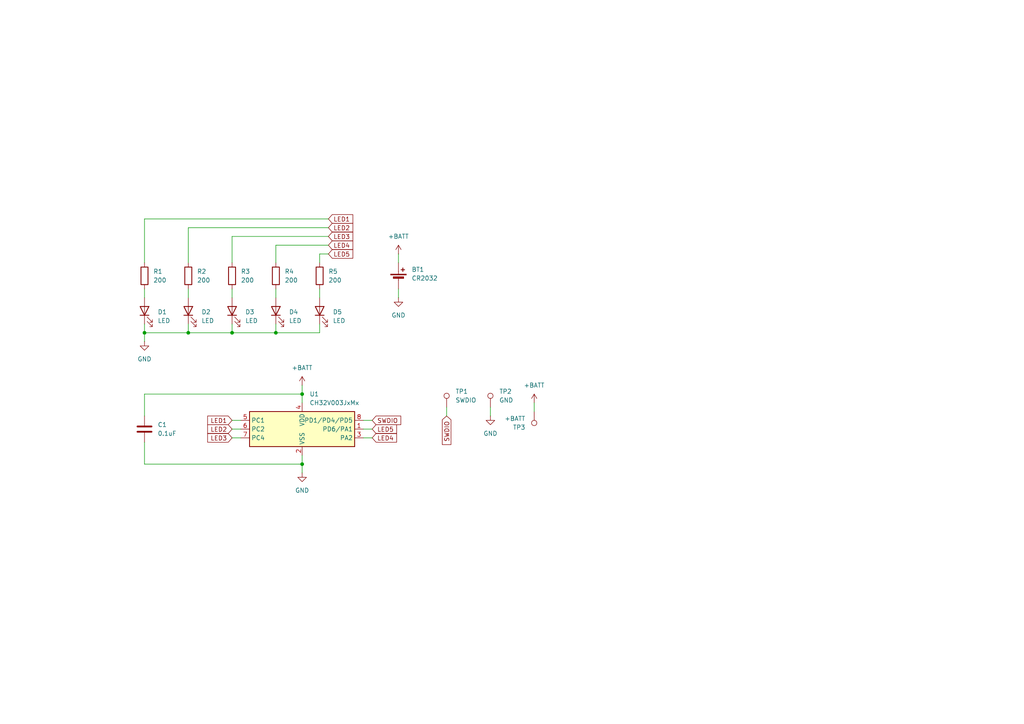
<source format=kicad_sch>
(kicad_sch (version 20250114) (generator "eeschema") (generator_version "9.0")
  (paper "A4")
  (lib_symbols
    (symbol "Connector:TestPoint" (pin_numbers (hide yes)) (pin_names (offset 0.762) (hide yes))
      (property "Reference" "TP" (at 0 6.858 0))
      (property "Value" "TestPoint" (at 0 5.08 0))
      (symbol "TestPoint_0_1"
        (circle (center 0 3.302) (radius 0.762))
      )
      (symbol "TestPoint_1_1"
        (pin passive line (at 0 0 90) (length 2.54) (name "1") (number "1"))
      )
    )
    (symbol "Device:Battery_Cell" (pin_numbers (hide yes)) (pin_names (offset 0) (hide yes))
      (property "Reference" "BT" (at 2.54 2.54 0))
      (property "Value" "Battery_Cell" (at 2.54 0 0))
      (symbol "Battery_Cell_0_1"
        (rectangle (start -2.286 1.778) (end 2.286 1.524) (fill (type outline)))
        (rectangle (start -1.524 1.016) (end 1.524 0.508) (fill (type outline)))
        (polyline (pts (xy 0 1.778) (xy 0 2.54)))
        (polyline (pts (xy 0 0.762) (xy 0 0)))
        (polyline (pts (xy 0.762 3.048) (xy 1.778 3.048)) (stroke (width 0.254)))
        (polyline (pts (xy 1.27 3.556) (xy 1.27 2.54)) (stroke (width 0.254)))
      )
      (symbol "Battery_Cell_1_1"
        (pin passive line (at 0 5.08 270) (length 2.54) (name "+") (number "1"))
        (pin passive line (at 0 -2.54 90) (length 2.54) (name "-") (number "2"))
      )
    )
    (symbol "Device:C" (pin_numbers (hide yes)) (pin_names (offset 0.254))
      (property "Reference" "C" (at 0.635 2.54 0))
      (property "Value" "C" (at 0.635 -2.54 0))
      (symbol "C_0_1"
        (polyline (pts (xy -2.032 0.762) (xy 2.032 0.762)) (stroke (width 0.508)))
        (polyline (pts (xy -2.032 -0.762) (xy 2.032 -0.762)) (stroke (width 0.508)))
      )
      (symbol "C_1_1"
        (pin passive line (at 0 3.81 270) (length 2.794) (name "~") (number "1"))
        (pin passive line (at 0 -3.81 90) (length 2.794) (name "~") (number "2"))
      )
    )
    (symbol "Device:LED" (pin_numbers (hide yes)) (pin_names (offset 1.016) (hide yes))
      (property "Reference" "D" (at 0 2.54 0))
      (property "Value" "LED" (at 0 -2.54 0))
      (symbol "LED_0_1"
        (polyline (pts (xy -3.048 -0.762) (xy -4.572 -2.286) (xy -3.81 -2.286) (xy -4.572 -2.286) (xy -4.572 -1.524)))
        (polyline (pts (xy -1.778 -0.762) (xy -3.302 -2.286) (xy -2.54 -2.286) (xy -3.302 -2.286) (xy -3.302 -1.524)))
        (polyline (pts (xy -1.27 0) (xy 1.27 0)))
        (polyline (pts (xy -1.27 -1.27) (xy -1.27 1.27)) (stroke (width 0.254)))
        (polyline (pts (xy 1.27 -1.27) (xy 1.27 1.27) (xy -1.27 0) (xy 1.27 -1.27)) (stroke (width 0.254)))
      )
      (symbol "LED_1_1"
        (pin passive line (at -3.81 0 0) (length 2.54) (name "K") (number "1"))
        (pin passive line (at 3.81 0 180) (length 2.54) (name "A") (number "2"))
      )
    )
    (symbol "Device:R" (pin_numbers (hide yes)) (pin_names (offset 0))
      (property "Reference" "R" (at 2.032 0 90))
      (property "Value" "R" (at 0 0 90))
      (symbol "R_0_1"
        (rectangle (start -1.016 -2.54) (end 1.016 2.54) (stroke (width 0.254)))
      )
      (symbol "R_1_1"
        (pin passive line (at 0 3.81 270) (length 1.27) (name "~") (number "1"))
        (pin passive line (at 0 -3.81 90) (length 1.27) (name "~") (number "2"))
      )
    )
    (symbol "MCU_WCH_CH32V0:CH32V003JxMx"
      (property "Reference" "U" (at -15.24 7.62 0))
      (property "Value" "CH32V003JxMx" (at 15.24 7.62 0))
      (symbol "CH32V003JxMx_1_1"
        (rectangle (start -15.24 5.08) (end 15.24 -5.08) (stroke (width 0.254)) (fill (type background)))
        (pin bidirectional line (at -17.78 2.54 0) (length 2.54) (name "PC1") (number "5"))
        (pin bidirectional line (at -17.78 0 0) (length 2.54) (name "PC2") (number "6"))
        (pin bidirectional line (at -17.78 -2.54 0) (length 2.54) (name "PC4") (number "7"))
        (pin power_in line (at 0 7.62 270) (length 2.54) (name "VDD") (number "4"))
        (pin power_in line (at 0 -7.62 90) (length 2.54) (name "VSS") (number "2"))
        (pin bidirectional line (at 17.78 2.54 180) (length 2.54) (name "PD1/PD4/PD5") (number "8"))
        (pin bidirectional line (at 17.78 0 180) (length 2.54) (name "PD6/PA1") (number "1"))
        (pin bidirectional line (at 17.78 -2.54 180) (length 2.54) (name "PA2") (number "3"))
      )
    )
    (symbol "power:+BATT" (power) (pin_numbers (hide yes)) (pin_names (offset 0) (hide yes))
      (property "Value" "+BATT" (at 0 3.556 0))
      (symbol "+BATT_0_1"
        (polyline (pts (xy -0.762 1.27) (xy 0 2.54)))
        (polyline (pts (xy 0 2.54) (xy 0.762 1.27)))
        (polyline (pts (xy 0 0) (xy 0 2.54)))
      )
      (symbol "+BATT_1_1"
        (pin power_in line (at 0 0 90) (length 0) (name "~") (number "1"))
      )
    )
    (symbol "power:GND" (power) (pin_numbers (hide yes)) (pin_names (offset 0) (hide yes))
      (property "Value" "GND" (at 0 -3.81 0))
      (symbol "GND_0_1"
        (polyline (pts (xy 0 0) (xy 0 -1.27) (xy 1.27 -1.27) (xy 0 -2.54) (xy -1.27 -1.27) (xy 0 -1.27)))
      )
      (symbol "GND_1_1"
        (pin power_in line (at 0 0 270) (length 0) (name "~") (number "1"))
      )
    )
  )
  (junction (at 41.91 96.52))
  (junction (at 87.63 134.62))
  (junction (at 87.63 114.3))
  (junction (at 54.61 96.52))
  (junction (at 80.01 96.52))
  (junction (at 67.31 96.52))
  (wire (pts (xy 80.01 93.98) (xy 80.01 96.52)))
  (wire (pts (xy 115.57 73.66) (xy 115.57 76.2)))
  (wire (pts (xy 95.25 63.5) (xy 41.91 63.5)))
  (wire (pts (xy 92.71 83.82) (xy 92.71 86.36)))
  (wire (pts (xy 129.54 120.65) (xy 129.54 118.11)))
  (wire (pts (xy 92.71 73.66) (xy 92.71 76.2)))
  (wire (pts (xy 67.31 96.52) (xy 80.01 96.52)))
  (wire (pts (xy 107.95 124.46) (xy 105.41 124.46)))
  (wire (pts (xy 54.61 93.98) (xy 54.61 96.52)))
  (wire (pts (xy 67.31 121.92) (xy 69.85 121.92)))
  (wire (pts (xy 41.91 83.82) (xy 41.91 86.36)))
  (wire (pts (xy 41.91 134.62) (xy 41.91 128.27)))
  (wire (pts (xy 41.91 63.5) (xy 41.91 76.2)))
  (wire (pts (xy 67.31 68.58) (xy 67.31 76.2)))
  (wire (pts (xy 54.61 66.04) (xy 95.25 66.04)))
  (wire (pts (xy 87.63 132.08) (xy 87.63 134.62)))
  (wire (pts (xy 41.91 96.52) (xy 41.91 99.06)))
  (wire (pts (xy 92.71 73.66) (xy 95.25 73.66)))
  (wire (pts (xy 87.63 114.3) (xy 87.63 116.84)))
  (wire (pts (xy 67.31 124.46) (xy 69.85 124.46)))
  (wire (pts (xy 41.91 114.3) (xy 87.63 114.3)))
  (wire (pts (xy 92.71 96.52) (xy 92.71 93.98)))
  (wire (pts (xy 67.31 127) (xy 69.85 127)))
  (wire (pts (xy 115.57 83.82) (xy 115.57 86.36)))
  (wire (pts (xy 105.41 121.92) (xy 107.95 121.92)))
  (wire (pts (xy 54.61 83.82) (xy 54.61 86.36)))
  (wire (pts (xy 142.24 120.65) (xy 142.24 118.11)))
  (wire (pts (xy 154.94 119.38) (xy 154.94 116.84)))
  (wire (pts (xy 87.63 134.62) (xy 41.91 134.62)))
  (wire (pts (xy 80.01 71.12) (xy 80.01 76.2)))
  (wire (pts (xy 41.91 96.52) (xy 54.61 96.52)))
  (wire (pts (xy 67.31 93.98) (xy 67.31 96.52)))
  (wire (pts (xy 54.61 66.04) (xy 54.61 76.2)))
  (wire (pts (xy 80.01 83.82) (xy 80.01 86.36)))
  (wire (pts (xy 41.91 93.98) (xy 41.91 96.52)))
  (wire (pts (xy 87.63 111.76) (xy 87.63 114.3)))
  (wire (pts (xy 67.31 83.82) (xy 67.31 86.36)))
  (wire (pts (xy 54.61 96.52) (xy 67.31 96.52)))
  (wire (pts (xy 107.95 127) (xy 105.41 127)))
  (wire (pts (xy 95.25 68.58) (xy 67.31 68.58)))
  (wire (pts (xy 41.91 120.65) (xy 41.91 114.3)))
  (wire (pts (xy 80.01 96.52) (xy 92.71 96.52)))
  (wire (pts (xy 95.25 71.12) (xy 80.01 71.12)))
  (wire (pts (xy 87.63 134.62) (xy 87.63 137.16)))
  (global_label "LED4" (shape input) (at 95.25 71.12 0) (property "Intersheetrefs" "${INTERSHEET_REFS}" (effects (hide yes))))
  (global_label "LED1" (shape input) (at 67.31 121.92 180) (property "Intersheetrefs" "${INTERSHEET_REFS}" (effects (hide yes))))
  (global_label "SWDIO" (shape input) (at 107.95 121.92 0) (property "Intersheetrefs" "${INTERSHEET_REFS}" (effects (hide yes))))
  (global_label "LED2" (shape input) (at 95.25 66.04 0) (property "Intersheetrefs" "${INTERSHEET_REFS}" (effects (hide yes))))
  (global_label "LED5" (shape input) (at 95.25 73.66 0) (property "Intersheetrefs" "${INTERSHEET_REFS}" (effects (hide yes))))
  (global_label "LED2" (shape input) (at 67.31 124.46 180) (property "Intersheetrefs" "${INTERSHEET_REFS}" (effects (hide yes))))
  (global_label "LED1" (shape input) (at 95.25 63.5 0) (property "Intersheetrefs" "${INTERSHEET_REFS}" (effects (hide yes))))
  (global_label "LED4" (shape input) (at 107.95 127 0) (property "Intersheetrefs" "${INTERSHEET_REFS}" (effects (hide yes))))
  (global_label "LED3" (shape input) (at 95.25 68.58 0) (property "Intersheetrefs" "${INTERSHEET_REFS}" (effects (hide yes))))
  (global_label "LED3" (shape input) (at 67.31 127 180) (property "Intersheetrefs" "${INTERSHEET_REFS}" (effects (hide yes))))
  (global_label "LED5" (shape input) (at 107.95 124.46 0) (property "Intersheetrefs" "${INTERSHEET_REFS}" (effects (hide yes))))
  (global_label "SWDIO" (shape input) (at 129.54 120.65 270) (property "Intersheetrefs" "${INTERSHEET_REFS}" (effects (hide yes))))
  (symbol (lib_id "power:GND") (at 41.91 99.06 0) (unit 1)
    (property "Reference" "#PWR01" (effects (hide yes)))
    (property "Value" "GND" (at 41.91 104.14 0))
    (property "Description" "Power symbol creates a global label with name \"GND\" , ground" (effects (hide yes)))
  )
  (symbol (lib_id "Device:LED") (at 80.01 90.17 90) (unit 1)
    (property "Reference" "D4" (at 83.82 90.4874 90) (effects (justify right)))
    (property "Value" "LED" (at 83.82 93.0274 90) (effects (justify right)))
    (property "Footprint" "LED_SMD:LED_1206_3216Metric_Pad1.42x1.75mm_HandSolder" (effects (hide yes)))
    (property "Description" "Light emitting diode" (effects (hide yes)))
    (property "Sim.Pins" "1=K 2=A" (effects (hide yes)))
  )
  (symbol (lib_id "Device:R") (at 80.01 80.01 0) (unit 1)
    (property "Reference" "R4" (at 82.55 78.7399 0) (effects (justify left)))
    (property "Value" "200" (at 82.55 81.2799 0) (effects (justify left)))
    (property "Footprint" "Resistor_SMD:R_0805_2012Metric_Pad1.20x1.40mm_HandSolder" (effects (hide yes)))
    (property "Description" "Resistor" (effects (hide yes)))
  )
  (symbol (lib_id "MCU_WCH_CH32V0:CH32V003JxMx") (at 87.63 124.46 0) (unit 1)
    (property "Reference" "U1" (at 89.7733 114.3 0) (effects (justify left)))
    (property "Value" "CH32V003JxMx" (at 89.7733 116.84 0) (effects (justify left)))
    (property "Footprint" "Package_SO:SOP-8_3.9x4.9mm_P1.27mm" (effects (hide yes)))
    (property "Datasheet" "https://www.wch-ic.com/products/CH32V003.html" (effects (hide yes)))
    (property "Description" "CH32V003 series are industrial-grade general-purpose microcontrollers designed based on 32-bit RISC-V instruction set and architecture. It adopts QingKe V2A core, RV32EC instruction set, and supports 2 levels of interrupt nesting. The series are mounted with rich peripheral interfaces and function modules. Its internal organizational structure meets the low-cost and low-power embedded application scenarios." (effects (hide yes)))
  )
  (symbol (lib_id "Device:R") (at 41.91 80.01 0) (unit 1)
    (property "Reference" "R1" (at 44.45 78.7399 0) (effects (justify left)))
    (property "Value" "200" (at 44.45 81.2799 0) (effects (justify left)))
    (property "Footprint" "Resistor_SMD:R_0805_2012Metric_Pad1.20x1.40mm_HandSolder" (effects (hide yes)))
    (property "Description" "Resistor" (effects (hide yes)))
  )
  (symbol (lib_id "power:+BATT") (at 87.63 111.76 0) (unit 1)
    (property "Reference" "#PWR03" (effects (hide yes)))
    (property "Value" "+BATT" (at 87.63 106.68 0))
    (property "Description" "Power symbol creates a global label with name \"+BATT\"" (effects (hide yes)))
  )
  (symbol (lib_id "Device:R") (at 54.61 80.01 0) (unit 1)
    (property "Reference" "R2" (at 57.15 78.7399 0) (effects (justify left)))
    (property "Value" "200" (at 57.15 81.2799 0) (effects (justify left)))
    (property "Footprint" "Resistor_SMD:R_0805_2012Metric_Pad1.20x1.40mm_HandSolder" (effects (hide yes)))
    (property "Description" "Resistor" (effects (hide yes)))
  )
  (symbol (lib_id "Device:LED") (at 92.71 90.17 90) (unit 1)
    (property "Reference" "D5" (at 96.52 90.4874 90) (effects (justify right)))
    (property "Value" "LED" (at 96.52 93.0274 90) (effects (justify right)))
    (property "Footprint" "LED_SMD:LED_1206_3216Metric_Pad1.42x1.75mm_HandSolder" (effects (hide yes)))
    (property "Description" "Light emitting diode" (effects (hide yes)))
    (property "Sim.Pins" "1=K 2=A" (effects (hide yes)))
  )
  (symbol (lib_id "power:GND") (at 87.63 137.16 0) (unit 1)
    (property "Reference" "#PWR02" (effects (hide yes)))
    (property "Value" "GND" (at 87.63 142.24 0))
    (property "Description" "Power symbol creates a global label with name \"GND\" , ground" (effects (hide yes)))
  )
  (symbol (lib_id "Device:LED") (at 41.91 90.17 90) (unit 1)
    (property "Reference" "D1" (at 45.72 90.4874 90) (effects (justify right)))
    (property "Value" "LED" (at 45.72 93.0274 90) (effects (justify right)))
    (property "Footprint" "LED_SMD:LED_1206_3216Metric_Pad1.42x1.75mm_HandSolder" (effects (hide yes)))
    (property "Description" "Light emitting diode" (effects (hide yes)))
    (property "Sim.Pins" "1=K 2=A" (effects (hide yes)))
  )
  (symbol (lib_id "Device:Battery_Cell") (at 115.57 81.28 0) (unit 1)
    (property "Reference" "BT1" (at 119.38 78.1684 0) (effects (justify left)))
    (property "Value" "CR2032" (at 119.38 80.7084 0) (effects (justify left)))
    (property "Footprint" "Used_Symbols:KLS5-CR2032-01" (effects (hide yes)))
    (property "Description" "Single-cell battery" (effects (hide yes)))
  )
  (symbol (lib_id "Connector:TestPoint") (at 154.94 119.38 180) (unit 1)
    (property "Reference" "TP3" (at 152.4 123.9521 0) (effects (justify left)))
    (property "Value" "+BATT" (at 152.4 121.4121 0) (effects (justify left)))
    (property "Footprint" "TestPoint:TestPoint_Pad_D2.0mm" (effects (hide yes)))
    (property "Description" "test point" (effects (hide yes)))
  )
  (symbol (lib_id "power:+BATT") (at 115.57 73.66 0) (unit 1)
    (property "Reference" "#PWR05" (effects (hide yes)))
    (property "Value" "+BATT" (at 115.57 68.58 0))
    (property "Description" "Power symbol creates a global label with name \"+BATT\"" (effects (hide yes)))
  )
  (symbol (lib_id "Device:LED") (at 67.31 90.17 90) (unit 1)
    (property "Reference" "D3" (at 71.12 90.4874 90) (effects (justify right)))
    (property "Value" "LED" (at 71.12 93.0274 90) (effects (justify right)))
    (property "Footprint" "LED_SMD:LED_1206_3216Metric_Pad1.42x1.75mm_HandSolder" (effects (hide yes)))
    (property "Description" "Light emitting diode" (effects (hide yes)))
    (property "Sim.Pins" "1=K 2=A" (effects (hide yes)))
  )
  (symbol (lib_id "power:+BATT") (at 154.94 116.84 0) (unit 1)
    (property "Reference" "#PWR07" (effects (hide yes)))
    (property "Value" "+BATT" (at 154.94 111.76 0))
    (property "Description" "Power symbol creates a global label with name \"+BATT\"" (effects (hide yes)))
  )
  (symbol (lib_id "Device:C") (at 41.91 124.46 0) (unit 1)
    (property "Reference" "C1" (at 45.72 123.1899 0) (effects (justify left)))
    (property "Value" "0.1uF" (at 45.72 125.7299 0) (effects (justify left)))
    (property "Footprint" "Capacitor_SMD:C_0805_2012Metric_Pad1.18x1.45mm_HandSolder" (effects (hide yes)))
    (property "Description" "Unpolarized capacitor" (effects (hide yes)))
  )
  (symbol (lib_id "Device:R") (at 67.31 80.01 0) (unit 1)
    (property "Reference" "R3" (at 69.85 78.7399 0) (effects (justify left)))
    (property "Value" "200" (at 69.85 81.2799 0) (effects (justify left)))
    (property "Footprint" "Resistor_SMD:R_0805_2012Metric_Pad1.20x1.40mm_HandSolder" (effects (hide yes)))
    (property "Description" "Resistor" (effects (hide yes)))
  )
  (symbol (lib_id "Device:R") (at 92.71 80.01 0) (unit 1)
    (property "Reference" "R5" (at 95.25 78.7399 0) (effects (justify left)))
    (property "Value" "200" (at 95.25 81.2799 0) (effects (justify left)))
    (property "Footprint" "Resistor_SMD:R_0805_2012Metric_Pad1.20x1.40mm_HandSolder" (effects (hide yes)))
    (property "Description" "Resistor" (effects (hide yes)))
  )
  (symbol (lib_id "power:GND") (at 115.57 86.36 0) (unit 1)
    (property "Reference" "#PWR04" (effects (hide yes)))
    (property "Value" "GND" (at 115.57 91.44 0))
    (property "Description" "Power symbol creates a global label with name \"GND\" , ground" (effects (hide yes)))
  )
  (symbol (lib_id "power:GND") (at 142.24 120.65 0) (unit 1)
    (property "Reference" "#PWR06" (effects (hide yes)))
    (property "Value" "GND" (at 142.24 125.73 0))
    (property "Description" "Power symbol creates a global label with name \"GND\" , ground" (effects (hide yes)))
  )
  (symbol (lib_id "Device:LED") (at 54.61 90.17 90) (unit 1)
    (property "Reference" "D2" (at 58.42 90.4874 90) (effects (justify right)))
    (property "Value" "LED" (at 58.42 93.0274 90) (effects (justify right)))
    (property "Footprint" "LED_SMD:LED_1206_3216Metric_Pad1.42x1.75mm_HandSolder" (effects (hide yes)))
    (property "Description" "Light emitting diode" (effects (hide yes)))
    (property "Sim.Pins" "1=K 2=A" (effects (hide yes)))
  )
  (symbol (lib_id "Connector:TestPoint") (at 129.54 118.11 0) (unit 1)
    (property "Reference" "TP1" (at 132.08 113.5379 0) (effects (justify left)))
    (property "Value" "SWDIO" (at 132.08 116.0779 0) (effects (justify left)))
    (property "Footprint" "TestPoint:TestPoint_Pad_D2.0mm" (effects (hide yes)))
    (property "Description" "test point" (effects (hide yes)))
  )
  (symbol (lib_id "Connector:TestPoint") (at 142.24 118.11 0) (unit 1)
    (property "Reference" "TP2" (at 144.78 113.5379 0) (effects (justify left)))
    (property "Value" "GND" (at 144.78 116.0779 0) (effects (justify left)))
    (property "Footprint" "TestPoint:TestPoint_Pad_D2.0mm" (effects (hide yes)))
    (property "Description" "test point" (effects (hide yes)))
  )
)
</source>
